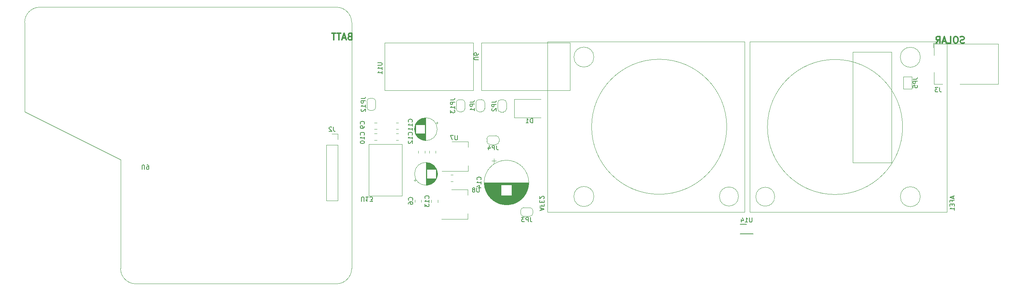
<source format=gbr>
%TF.GenerationSoftware,KiCad,Pcbnew,7.0.8-7.0.8~ubuntu20.04.1*%
%TF.CreationDate,2023-10-29T15:28:37+01:00*%
%TF.ProjectId,Hardware_2,48617264-7761-4726-955f-322e6b696361,rev?*%
%TF.SameCoordinates,Original*%
%TF.FileFunction,Legend,Bot*%
%TF.FilePolarity,Positive*%
%FSLAX46Y46*%
G04 Gerber Fmt 4.6, Leading zero omitted, Abs format (unit mm)*
G04 Created by KiCad (PCBNEW 7.0.8-7.0.8~ubuntu20.04.1) date 2023-10-29 15:28:37*
%MOMM*%
%LPD*%
G01*
G04 APERTURE LIST*
%ADD10C,0.300000*%
%ADD11C,0.150000*%
%ADD12C,0.120000*%
G04 APERTURE END LIST*
D10*
X73045489Y-19715114D02*
X72831203Y-19786542D01*
X72831203Y-19786542D02*
X72759774Y-19857971D01*
X72759774Y-19857971D02*
X72688346Y-20000828D01*
X72688346Y-20000828D02*
X72688346Y-20215114D01*
X72688346Y-20215114D02*
X72759774Y-20357971D01*
X72759774Y-20357971D02*
X72831203Y-20429400D01*
X72831203Y-20429400D02*
X72974060Y-20500828D01*
X72974060Y-20500828D02*
X73545489Y-20500828D01*
X73545489Y-20500828D02*
X73545489Y-19000828D01*
X73545489Y-19000828D02*
X73045489Y-19000828D01*
X73045489Y-19000828D02*
X72902632Y-19072257D01*
X72902632Y-19072257D02*
X72831203Y-19143685D01*
X72831203Y-19143685D02*
X72759774Y-19286542D01*
X72759774Y-19286542D02*
X72759774Y-19429400D01*
X72759774Y-19429400D02*
X72831203Y-19572257D01*
X72831203Y-19572257D02*
X72902632Y-19643685D01*
X72902632Y-19643685D02*
X73045489Y-19715114D01*
X73045489Y-19715114D02*
X73545489Y-19715114D01*
X72116917Y-20072257D02*
X71402632Y-20072257D01*
X72259774Y-20500828D02*
X71759774Y-19000828D01*
X71759774Y-19000828D02*
X71259774Y-20500828D01*
X70974060Y-19000828D02*
X70116918Y-19000828D01*
X70545489Y-20500828D02*
X70545489Y-19000828D01*
X69831203Y-19000828D02*
X68974061Y-19000828D01*
X69402632Y-20500828D02*
X69402632Y-19000828D01*
X213966917Y-21171900D02*
X213752632Y-21243328D01*
X213752632Y-21243328D02*
X213395489Y-21243328D01*
X213395489Y-21243328D02*
X213252632Y-21171900D01*
X213252632Y-21171900D02*
X213181203Y-21100471D01*
X213181203Y-21100471D02*
X213109774Y-20957614D01*
X213109774Y-20957614D02*
X213109774Y-20814757D01*
X213109774Y-20814757D02*
X213181203Y-20671900D01*
X213181203Y-20671900D02*
X213252632Y-20600471D01*
X213252632Y-20600471D02*
X213395489Y-20529042D01*
X213395489Y-20529042D02*
X213681203Y-20457614D01*
X213681203Y-20457614D02*
X213824060Y-20386185D01*
X213824060Y-20386185D02*
X213895489Y-20314757D01*
X213895489Y-20314757D02*
X213966917Y-20171900D01*
X213966917Y-20171900D02*
X213966917Y-20029042D01*
X213966917Y-20029042D02*
X213895489Y-19886185D01*
X213895489Y-19886185D02*
X213824060Y-19814757D01*
X213824060Y-19814757D02*
X213681203Y-19743328D01*
X213681203Y-19743328D02*
X213324060Y-19743328D01*
X213324060Y-19743328D02*
X213109774Y-19814757D01*
X212181203Y-19743328D02*
X211895489Y-19743328D01*
X211895489Y-19743328D02*
X211752632Y-19814757D01*
X211752632Y-19814757D02*
X211609775Y-19957614D01*
X211609775Y-19957614D02*
X211538346Y-20243328D01*
X211538346Y-20243328D02*
X211538346Y-20743328D01*
X211538346Y-20743328D02*
X211609775Y-21029042D01*
X211609775Y-21029042D02*
X211752632Y-21171900D01*
X211752632Y-21171900D02*
X211895489Y-21243328D01*
X211895489Y-21243328D02*
X212181203Y-21243328D01*
X212181203Y-21243328D02*
X212324061Y-21171900D01*
X212324061Y-21171900D02*
X212466918Y-21029042D01*
X212466918Y-21029042D02*
X212538346Y-20743328D01*
X212538346Y-20743328D02*
X212538346Y-20243328D01*
X212538346Y-20243328D02*
X212466918Y-19957614D01*
X212466918Y-19957614D02*
X212324061Y-19814757D01*
X212324061Y-19814757D02*
X212181203Y-19743328D01*
X210181203Y-21243328D02*
X210895489Y-21243328D01*
X210895489Y-21243328D02*
X210895489Y-19743328D01*
X209752631Y-20814757D02*
X209038346Y-20814757D01*
X209895488Y-21243328D02*
X209395488Y-19743328D01*
X209395488Y-19743328D02*
X208895488Y-21243328D01*
X207538346Y-21243328D02*
X208038346Y-20529042D01*
X208395489Y-21243328D02*
X208395489Y-19743328D01*
X208395489Y-19743328D02*
X207824060Y-19743328D01*
X207824060Y-19743328D02*
X207681203Y-19814757D01*
X207681203Y-19814757D02*
X207609774Y-19886185D01*
X207609774Y-19886185D02*
X207538346Y-20029042D01*
X207538346Y-20029042D02*
X207538346Y-20243328D01*
X207538346Y-20243328D02*
X207609774Y-20386185D01*
X207609774Y-20386185D02*
X207681203Y-20457614D01*
X207681203Y-20457614D02*
X207824060Y-20529042D01*
X207824060Y-20529042D02*
X208395489Y-20529042D01*
D11*
X165313094Y-61329819D02*
X165313094Y-62139342D01*
X165313094Y-62139342D02*
X165265475Y-62234580D01*
X165265475Y-62234580D02*
X165217856Y-62282200D01*
X165217856Y-62282200D02*
X165122618Y-62329819D01*
X165122618Y-62329819D02*
X164932142Y-62329819D01*
X164932142Y-62329819D02*
X164836904Y-62282200D01*
X164836904Y-62282200D02*
X164789285Y-62234580D01*
X164789285Y-62234580D02*
X164741666Y-62139342D01*
X164741666Y-62139342D02*
X164741666Y-61329819D01*
X163741666Y-62329819D02*
X164313094Y-62329819D01*
X164027380Y-62329819D02*
X164027380Y-61329819D01*
X164027380Y-61329819D02*
X164122618Y-61472676D01*
X164122618Y-61472676D02*
X164217856Y-61567914D01*
X164217856Y-61567914D02*
X164313094Y-61615533D01*
X162884523Y-61663152D02*
X162884523Y-62329819D01*
X163122618Y-61282200D02*
X163360713Y-61996485D01*
X163360713Y-61996485D02*
X162741666Y-61996485D01*
X116934895Y-59571237D02*
X116934895Y-59095047D01*
X116649180Y-59666475D02*
X117649180Y-59333142D01*
X117649180Y-59333142D02*
X116649180Y-58999809D01*
X117172990Y-58333142D02*
X117172990Y-58666475D01*
X116649180Y-58666475D02*
X117649180Y-58666475D01*
X117649180Y-58666475D02*
X117649180Y-58190285D01*
X117172990Y-57809332D02*
X117172990Y-57475999D01*
X116649180Y-57333142D02*
X116649180Y-57809332D01*
X116649180Y-57809332D02*
X117649180Y-57809332D01*
X117649180Y-57809332D02*
X117649180Y-57333142D01*
X117553942Y-56952189D02*
X117601561Y-56904570D01*
X117601561Y-56904570D02*
X117649180Y-56809332D01*
X117649180Y-56809332D02*
X117649180Y-56571237D01*
X117649180Y-56571237D02*
X117601561Y-56475999D01*
X117601561Y-56475999D02*
X117553942Y-56428380D01*
X117553942Y-56428380D02*
X117458704Y-56380761D01*
X117458704Y-56380761D02*
X117363466Y-56380761D01*
X117363466Y-56380761D02*
X117220609Y-56428380D01*
X117220609Y-56428380D02*
X116649180Y-56999808D01*
X116649180Y-56999808D02*
X116649180Y-56380761D01*
X211445104Y-56404762D02*
X211445104Y-56880952D01*
X211730819Y-56309524D02*
X210730819Y-56642857D01*
X210730819Y-56642857D02*
X211730819Y-56976190D01*
X211207009Y-57642857D02*
X211207009Y-57309524D01*
X211730819Y-57309524D02*
X210730819Y-57309524D01*
X210730819Y-57309524D02*
X210730819Y-57785714D01*
X211207009Y-58166667D02*
X211207009Y-58500000D01*
X211730819Y-58642857D02*
X211730819Y-58166667D01*
X211730819Y-58166667D02*
X210730819Y-58166667D01*
X210730819Y-58166667D02*
X210730819Y-58642857D01*
X211730819Y-59595238D02*
X211730819Y-59023810D01*
X211730819Y-59309524D02*
X210730819Y-59309524D01*
X210730819Y-59309524D02*
X210873676Y-59214286D01*
X210873676Y-59214286D02*
X210968914Y-59119048D01*
X210968914Y-59119048D02*
X211016533Y-59023810D01*
X102555180Y-25064904D02*
X101745657Y-25064904D01*
X101745657Y-25064904D02*
X101650419Y-25017285D01*
X101650419Y-25017285D02*
X101602800Y-24969666D01*
X101602800Y-24969666D02*
X101555180Y-24874428D01*
X101555180Y-24874428D02*
X101555180Y-24683952D01*
X101555180Y-24683952D02*
X101602800Y-24588714D01*
X101602800Y-24588714D02*
X101650419Y-24541095D01*
X101650419Y-24541095D02*
X101745657Y-24493476D01*
X101745657Y-24493476D02*
X102555180Y-24493476D01*
X102555180Y-23588714D02*
X102555180Y-23779190D01*
X102555180Y-23779190D02*
X102507561Y-23874428D01*
X102507561Y-23874428D02*
X102459942Y-23922047D01*
X102459942Y-23922047D02*
X102317085Y-24017285D01*
X102317085Y-24017285D02*
X102126609Y-24064904D01*
X102126609Y-24064904D02*
X101745657Y-24064904D01*
X101745657Y-24064904D02*
X101650419Y-24017285D01*
X101650419Y-24017285D02*
X101602800Y-23969666D01*
X101602800Y-23969666D02*
X101555180Y-23874428D01*
X101555180Y-23874428D02*
X101555180Y-23683952D01*
X101555180Y-23683952D02*
X101602800Y-23588714D01*
X101602800Y-23588714D02*
X101650419Y-23541095D01*
X101650419Y-23541095D02*
X101745657Y-23493476D01*
X101745657Y-23493476D02*
X101983752Y-23493476D01*
X101983752Y-23493476D02*
X102078990Y-23541095D01*
X102078990Y-23541095D02*
X102126609Y-23588714D01*
X102126609Y-23588714D02*
X102174228Y-23683952D01*
X102174228Y-23683952D02*
X102174228Y-23874428D01*
X102174228Y-23874428D02*
X102126609Y-23969666D01*
X102126609Y-23969666D02*
X102078990Y-24017285D01*
X102078990Y-24017285D02*
X101983752Y-24064904D01*
X79454819Y-25761905D02*
X80264342Y-25761905D01*
X80264342Y-25761905D02*
X80359580Y-25809524D01*
X80359580Y-25809524D02*
X80407200Y-25857143D01*
X80407200Y-25857143D02*
X80454819Y-25952381D01*
X80454819Y-25952381D02*
X80454819Y-26142857D01*
X80454819Y-26142857D02*
X80407200Y-26238095D01*
X80407200Y-26238095D02*
X80359580Y-26285714D01*
X80359580Y-26285714D02*
X80264342Y-26333333D01*
X80264342Y-26333333D02*
X79454819Y-26333333D01*
X80454819Y-27333333D02*
X80454819Y-26761905D01*
X80454819Y-27047619D02*
X79454819Y-27047619D01*
X79454819Y-27047619D02*
X79597676Y-26952381D01*
X79597676Y-26952381D02*
X79692914Y-26857143D01*
X79692914Y-26857143D02*
X79740533Y-26761905D01*
X80454819Y-28285714D02*
X80454819Y-27714286D01*
X80454819Y-28000000D02*
X79454819Y-28000000D01*
X79454819Y-28000000D02*
X79597676Y-27904762D01*
X79597676Y-27904762D02*
X79692914Y-27809524D01*
X79692914Y-27809524D02*
X79740533Y-27714286D01*
X91179580Y-56894642D02*
X91227200Y-56847023D01*
X91227200Y-56847023D02*
X91274819Y-56704166D01*
X91274819Y-56704166D02*
X91274819Y-56608928D01*
X91274819Y-56608928D02*
X91227200Y-56466071D01*
X91227200Y-56466071D02*
X91131961Y-56370833D01*
X91131961Y-56370833D02*
X91036723Y-56323214D01*
X91036723Y-56323214D02*
X90846247Y-56275595D01*
X90846247Y-56275595D02*
X90703390Y-56275595D01*
X90703390Y-56275595D02*
X90512914Y-56323214D01*
X90512914Y-56323214D02*
X90417676Y-56370833D01*
X90417676Y-56370833D02*
X90322438Y-56466071D01*
X90322438Y-56466071D02*
X90274819Y-56608928D01*
X90274819Y-56608928D02*
X90274819Y-56704166D01*
X90274819Y-56704166D02*
X90322438Y-56847023D01*
X90322438Y-56847023D02*
X90370057Y-56894642D01*
X91274819Y-57847023D02*
X91274819Y-57275595D01*
X91274819Y-57561309D02*
X90274819Y-57561309D01*
X90274819Y-57561309D02*
X90417676Y-57466071D01*
X90417676Y-57466071D02*
X90512914Y-57370833D01*
X90512914Y-57370833D02*
X90560533Y-57275595D01*
X90274819Y-58180357D02*
X90274819Y-58799404D01*
X90274819Y-58799404D02*
X90655771Y-58466071D01*
X90655771Y-58466071D02*
X90655771Y-58608928D01*
X90655771Y-58608928D02*
X90703390Y-58704166D01*
X90703390Y-58704166D02*
X90751009Y-58751785D01*
X90751009Y-58751785D02*
X90846247Y-58799404D01*
X90846247Y-58799404D02*
X91084342Y-58799404D01*
X91084342Y-58799404D02*
X91179580Y-58751785D01*
X91179580Y-58751785D02*
X91227200Y-58704166D01*
X91227200Y-58704166D02*
X91274819Y-58608928D01*
X91274819Y-58608928D02*
X91274819Y-58323214D01*
X91274819Y-58323214D02*
X91227200Y-58227976D01*
X91227200Y-58227976D02*
X91179580Y-58180357D01*
X25428095Y-50220180D02*
X25428095Y-49410657D01*
X25428095Y-49410657D02*
X25475714Y-49315419D01*
X25475714Y-49315419D02*
X25523333Y-49267800D01*
X25523333Y-49267800D02*
X25618571Y-49220180D01*
X25618571Y-49220180D02*
X25809047Y-49220180D01*
X25809047Y-49220180D02*
X25904285Y-49267800D01*
X25904285Y-49267800D02*
X25951904Y-49315419D01*
X25951904Y-49315419D02*
X25999523Y-49410657D01*
X25999523Y-49410657D02*
X25999523Y-50220180D01*
X26523333Y-49220180D02*
X26713809Y-49220180D01*
X26713809Y-49220180D02*
X26809047Y-49267800D01*
X26809047Y-49267800D02*
X26856666Y-49315419D01*
X26856666Y-49315419D02*
X26951904Y-49458276D01*
X26951904Y-49458276D02*
X26999523Y-49648752D01*
X26999523Y-49648752D02*
X26999523Y-50029704D01*
X26999523Y-50029704D02*
X26951904Y-50124942D01*
X26951904Y-50124942D02*
X26904285Y-50172561D01*
X26904285Y-50172561D02*
X26809047Y-50220180D01*
X26809047Y-50220180D02*
X26618571Y-50220180D01*
X26618571Y-50220180D02*
X26523333Y-50172561D01*
X26523333Y-50172561D02*
X26475714Y-50124942D01*
X26475714Y-50124942D02*
X26428095Y-50029704D01*
X26428095Y-50029704D02*
X26428095Y-49791609D01*
X26428095Y-49791609D02*
X26475714Y-49696371D01*
X26475714Y-49696371D02*
X26523333Y-49648752D01*
X26523333Y-49648752D02*
X26618571Y-49601133D01*
X26618571Y-49601133D02*
X26809047Y-49601133D01*
X26809047Y-49601133D02*
X26904285Y-49648752D01*
X26904285Y-49648752D02*
X26951904Y-49696371D01*
X26951904Y-49696371D02*
X26999523Y-49791609D01*
X75654819Y-33990476D02*
X76369104Y-33990476D01*
X76369104Y-33990476D02*
X76511961Y-33942857D01*
X76511961Y-33942857D02*
X76607200Y-33847619D01*
X76607200Y-33847619D02*
X76654819Y-33704762D01*
X76654819Y-33704762D02*
X76654819Y-33609524D01*
X76654819Y-34466667D02*
X75654819Y-34466667D01*
X75654819Y-34466667D02*
X75654819Y-34847619D01*
X75654819Y-34847619D02*
X75702438Y-34942857D01*
X75702438Y-34942857D02*
X75750057Y-34990476D01*
X75750057Y-34990476D02*
X75845295Y-35038095D01*
X75845295Y-35038095D02*
X75988152Y-35038095D01*
X75988152Y-35038095D02*
X76083390Y-34990476D01*
X76083390Y-34990476D02*
X76131009Y-34942857D01*
X76131009Y-34942857D02*
X76178628Y-34847619D01*
X76178628Y-34847619D02*
X76178628Y-34466667D01*
X76654819Y-35990476D02*
X76654819Y-35419048D01*
X76654819Y-35704762D02*
X75654819Y-35704762D01*
X75654819Y-35704762D02*
X75797676Y-35609524D01*
X75797676Y-35609524D02*
X75892914Y-35514286D01*
X75892914Y-35514286D02*
X75940533Y-35419048D01*
X75750057Y-36371429D02*
X75702438Y-36419048D01*
X75702438Y-36419048D02*
X75654819Y-36514286D01*
X75654819Y-36514286D02*
X75654819Y-36752381D01*
X75654819Y-36752381D02*
X75702438Y-36847619D01*
X75702438Y-36847619D02*
X75750057Y-36895238D01*
X75750057Y-36895238D02*
X75845295Y-36942857D01*
X75845295Y-36942857D02*
X75940533Y-36942857D01*
X75940533Y-36942857D02*
X76083390Y-36895238D01*
X76083390Y-36895238D02*
X76654819Y-36323810D01*
X76654819Y-36323810D02*
X76654819Y-36942857D01*
X100654819Y-34766666D02*
X101369104Y-34766666D01*
X101369104Y-34766666D02*
X101511961Y-34719047D01*
X101511961Y-34719047D02*
X101607200Y-34623809D01*
X101607200Y-34623809D02*
X101654819Y-34480952D01*
X101654819Y-34480952D02*
X101654819Y-34385714D01*
X101654819Y-35242857D02*
X100654819Y-35242857D01*
X100654819Y-35242857D02*
X100654819Y-35623809D01*
X100654819Y-35623809D02*
X100702438Y-35719047D01*
X100702438Y-35719047D02*
X100750057Y-35766666D01*
X100750057Y-35766666D02*
X100845295Y-35814285D01*
X100845295Y-35814285D02*
X100988152Y-35814285D01*
X100988152Y-35814285D02*
X101083390Y-35766666D01*
X101083390Y-35766666D02*
X101131009Y-35719047D01*
X101131009Y-35719047D02*
X101178628Y-35623809D01*
X101178628Y-35623809D02*
X101178628Y-35242857D01*
X101654819Y-36766666D02*
X101654819Y-36195238D01*
X101654819Y-36480952D02*
X100654819Y-36480952D01*
X100654819Y-36480952D02*
X100797676Y-36385714D01*
X100797676Y-36385714D02*
X100892914Y-36290476D01*
X100892914Y-36290476D02*
X100940533Y-36195238D01*
X208333333Y-31454819D02*
X208333333Y-32169104D01*
X208333333Y-32169104D02*
X208380952Y-32311961D01*
X208380952Y-32311961D02*
X208476190Y-32407200D01*
X208476190Y-32407200D02*
X208619047Y-32454819D01*
X208619047Y-32454819D02*
X208714285Y-32454819D01*
X207952380Y-31454819D02*
X207333333Y-31454819D01*
X207333333Y-31454819D02*
X207666666Y-31835771D01*
X207666666Y-31835771D02*
X207523809Y-31835771D01*
X207523809Y-31835771D02*
X207428571Y-31883390D01*
X207428571Y-31883390D02*
X207380952Y-31931009D01*
X207380952Y-31931009D02*
X207333333Y-32026247D01*
X207333333Y-32026247D02*
X207333333Y-32264342D01*
X207333333Y-32264342D02*
X207380952Y-32359580D01*
X207380952Y-32359580D02*
X207428571Y-32407200D01*
X207428571Y-32407200D02*
X207523809Y-32454819D01*
X207523809Y-32454819D02*
X207809523Y-32454819D01*
X207809523Y-32454819D02*
X207904761Y-32407200D01*
X207904761Y-32407200D02*
X207952380Y-32359580D01*
X87359580Y-39357142D02*
X87407200Y-39309523D01*
X87407200Y-39309523D02*
X87454819Y-39166666D01*
X87454819Y-39166666D02*
X87454819Y-39071428D01*
X87454819Y-39071428D02*
X87407200Y-38928571D01*
X87407200Y-38928571D02*
X87311961Y-38833333D01*
X87311961Y-38833333D02*
X87216723Y-38785714D01*
X87216723Y-38785714D02*
X87026247Y-38738095D01*
X87026247Y-38738095D02*
X86883390Y-38738095D01*
X86883390Y-38738095D02*
X86692914Y-38785714D01*
X86692914Y-38785714D02*
X86597676Y-38833333D01*
X86597676Y-38833333D02*
X86502438Y-38928571D01*
X86502438Y-38928571D02*
X86454819Y-39071428D01*
X86454819Y-39071428D02*
X86454819Y-39166666D01*
X86454819Y-39166666D02*
X86502438Y-39309523D01*
X86502438Y-39309523D02*
X86550057Y-39357142D01*
X87454819Y-40309523D02*
X87454819Y-39738095D01*
X87454819Y-40023809D02*
X86454819Y-40023809D01*
X86454819Y-40023809D02*
X86597676Y-39928571D01*
X86597676Y-39928571D02*
X86692914Y-39833333D01*
X86692914Y-39833333D02*
X86740533Y-39738095D01*
X87454819Y-41261904D02*
X87454819Y-40690476D01*
X87454819Y-40976190D02*
X86454819Y-40976190D01*
X86454819Y-40976190D02*
X86597676Y-40880952D01*
X86597676Y-40880952D02*
X86692914Y-40785714D01*
X86692914Y-40785714D02*
X86740533Y-40690476D01*
X114988094Y-39524819D02*
X114988094Y-38524819D01*
X114988094Y-38524819D02*
X114749999Y-38524819D01*
X114749999Y-38524819D02*
X114607142Y-38572438D01*
X114607142Y-38572438D02*
X114511904Y-38667676D01*
X114511904Y-38667676D02*
X114464285Y-38762914D01*
X114464285Y-38762914D02*
X114416666Y-38953390D01*
X114416666Y-38953390D02*
X114416666Y-39096247D01*
X114416666Y-39096247D02*
X114464285Y-39286723D01*
X114464285Y-39286723D02*
X114511904Y-39381961D01*
X114511904Y-39381961D02*
X114607142Y-39477200D01*
X114607142Y-39477200D02*
X114749999Y-39524819D01*
X114749999Y-39524819D02*
X114988094Y-39524819D01*
X113464285Y-39524819D02*
X114035713Y-39524819D01*
X113749999Y-39524819D02*
X113749999Y-38524819D01*
X113749999Y-38524819D02*
X113845237Y-38667676D01*
X113845237Y-38667676D02*
X113940475Y-38762914D01*
X113940475Y-38762914D02*
X114035713Y-38810533D01*
X75761905Y-57545180D02*
X75761905Y-56735657D01*
X75761905Y-56735657D02*
X75809524Y-56640419D01*
X75809524Y-56640419D02*
X75857143Y-56592800D01*
X75857143Y-56592800D02*
X75952381Y-56545180D01*
X75952381Y-56545180D02*
X76142857Y-56545180D01*
X76142857Y-56545180D02*
X76238095Y-56592800D01*
X76238095Y-56592800D02*
X76285714Y-56640419D01*
X76285714Y-56640419D02*
X76333333Y-56735657D01*
X76333333Y-56735657D02*
X76333333Y-57545180D01*
X77333333Y-56545180D02*
X76761905Y-56545180D01*
X77047619Y-56545180D02*
X77047619Y-57545180D01*
X77047619Y-57545180D02*
X76952381Y-57402323D01*
X76952381Y-57402323D02*
X76857143Y-57307085D01*
X76857143Y-57307085D02*
X76761905Y-57259466D01*
X77666667Y-57545180D02*
X78285714Y-57545180D01*
X78285714Y-57545180D02*
X77952381Y-57164228D01*
X77952381Y-57164228D02*
X78095238Y-57164228D01*
X78095238Y-57164228D02*
X78190476Y-57116609D01*
X78190476Y-57116609D02*
X78238095Y-57068990D01*
X78238095Y-57068990D02*
X78285714Y-56973752D01*
X78285714Y-56973752D02*
X78285714Y-56735657D01*
X78285714Y-56735657D02*
X78238095Y-56640419D01*
X78238095Y-56640419D02*
X78190476Y-56592800D01*
X78190476Y-56592800D02*
X78095238Y-56545180D01*
X78095238Y-56545180D02*
X77809524Y-56545180D01*
X77809524Y-56545180D02*
X77714286Y-56592800D01*
X77714286Y-56592800D02*
X77666667Y-56640419D01*
X87359580Y-42357142D02*
X87407200Y-42309523D01*
X87407200Y-42309523D02*
X87454819Y-42166666D01*
X87454819Y-42166666D02*
X87454819Y-42071428D01*
X87454819Y-42071428D02*
X87407200Y-41928571D01*
X87407200Y-41928571D02*
X87311961Y-41833333D01*
X87311961Y-41833333D02*
X87216723Y-41785714D01*
X87216723Y-41785714D02*
X87026247Y-41738095D01*
X87026247Y-41738095D02*
X86883390Y-41738095D01*
X86883390Y-41738095D02*
X86692914Y-41785714D01*
X86692914Y-41785714D02*
X86597676Y-41833333D01*
X86597676Y-41833333D02*
X86502438Y-41928571D01*
X86502438Y-41928571D02*
X86454819Y-42071428D01*
X86454819Y-42071428D02*
X86454819Y-42166666D01*
X86454819Y-42166666D02*
X86502438Y-42309523D01*
X86502438Y-42309523D02*
X86550057Y-42357142D01*
X87454819Y-43309523D02*
X87454819Y-42738095D01*
X87454819Y-43023809D02*
X86454819Y-43023809D01*
X86454819Y-43023809D02*
X86597676Y-42928571D01*
X86597676Y-42928571D02*
X86692914Y-42833333D01*
X86692914Y-42833333D02*
X86740533Y-42738095D01*
X86550057Y-43690476D02*
X86502438Y-43738095D01*
X86502438Y-43738095D02*
X86454819Y-43833333D01*
X86454819Y-43833333D02*
X86454819Y-44071428D01*
X86454819Y-44071428D02*
X86502438Y-44166666D01*
X86502438Y-44166666D02*
X86550057Y-44214285D01*
X86550057Y-44214285D02*
X86645295Y-44261904D01*
X86645295Y-44261904D02*
X86740533Y-44261904D01*
X86740533Y-44261904D02*
X86883390Y-44214285D01*
X86883390Y-44214285D02*
X87454819Y-43642857D01*
X87454819Y-43642857D02*
X87454819Y-44261904D01*
X87429580Y-57295833D02*
X87477200Y-57248214D01*
X87477200Y-57248214D02*
X87524819Y-57105357D01*
X87524819Y-57105357D02*
X87524819Y-57010119D01*
X87524819Y-57010119D02*
X87477200Y-56867262D01*
X87477200Y-56867262D02*
X87381961Y-56772024D01*
X87381961Y-56772024D02*
X87286723Y-56724405D01*
X87286723Y-56724405D02*
X87096247Y-56676786D01*
X87096247Y-56676786D02*
X86953390Y-56676786D01*
X86953390Y-56676786D02*
X86762914Y-56724405D01*
X86762914Y-56724405D02*
X86667676Y-56772024D01*
X86667676Y-56772024D02*
X86572438Y-56867262D01*
X86572438Y-56867262D02*
X86524819Y-57010119D01*
X86524819Y-57010119D02*
X86524819Y-57105357D01*
X86524819Y-57105357D02*
X86572438Y-57248214D01*
X86572438Y-57248214D02*
X86620057Y-57295833D01*
X86524819Y-58152976D02*
X86524819Y-57962500D01*
X86524819Y-57962500D02*
X86572438Y-57867262D01*
X86572438Y-57867262D02*
X86620057Y-57819643D01*
X86620057Y-57819643D02*
X86762914Y-57724405D01*
X86762914Y-57724405D02*
X86953390Y-57676786D01*
X86953390Y-57676786D02*
X87334342Y-57676786D01*
X87334342Y-57676786D02*
X87429580Y-57724405D01*
X87429580Y-57724405D02*
X87477200Y-57772024D01*
X87477200Y-57772024D02*
X87524819Y-57867262D01*
X87524819Y-57867262D02*
X87524819Y-58057738D01*
X87524819Y-58057738D02*
X87477200Y-58152976D01*
X87477200Y-58152976D02*
X87429580Y-58200595D01*
X87429580Y-58200595D02*
X87334342Y-58248214D01*
X87334342Y-58248214D02*
X87096247Y-58248214D01*
X87096247Y-58248214D02*
X87001009Y-58200595D01*
X87001009Y-58200595D02*
X86953390Y-58152976D01*
X86953390Y-58152976D02*
X86905771Y-58057738D01*
X86905771Y-58057738D02*
X86905771Y-57867262D01*
X86905771Y-57867262D02*
X86953390Y-57772024D01*
X86953390Y-57772024D02*
X87001009Y-57724405D01*
X87001009Y-57724405D02*
X87096247Y-57676786D01*
X103109580Y-52607142D02*
X103157200Y-52559523D01*
X103157200Y-52559523D02*
X103204819Y-52416666D01*
X103204819Y-52416666D02*
X103204819Y-52321428D01*
X103204819Y-52321428D02*
X103157200Y-52178571D01*
X103157200Y-52178571D02*
X103061961Y-52083333D01*
X103061961Y-52083333D02*
X102966723Y-52035714D01*
X102966723Y-52035714D02*
X102776247Y-51988095D01*
X102776247Y-51988095D02*
X102633390Y-51988095D01*
X102633390Y-51988095D02*
X102442914Y-52035714D01*
X102442914Y-52035714D02*
X102347676Y-52083333D01*
X102347676Y-52083333D02*
X102252438Y-52178571D01*
X102252438Y-52178571D02*
X102204819Y-52321428D01*
X102204819Y-52321428D02*
X102204819Y-52416666D01*
X102204819Y-52416666D02*
X102252438Y-52559523D01*
X102252438Y-52559523D02*
X102300057Y-52607142D01*
X103204819Y-53559523D02*
X103204819Y-52988095D01*
X103204819Y-53273809D02*
X102204819Y-53273809D01*
X102204819Y-53273809D02*
X102347676Y-53178571D01*
X102347676Y-53178571D02*
X102442914Y-53083333D01*
X102442914Y-53083333D02*
X102490533Y-52988095D01*
X102538152Y-54416666D02*
X103204819Y-54416666D01*
X102157200Y-54178571D02*
X102871485Y-53940476D01*
X102871485Y-53940476D02*
X102871485Y-54559523D01*
X97761904Y-42454819D02*
X97761904Y-43264342D01*
X97761904Y-43264342D02*
X97714285Y-43359580D01*
X97714285Y-43359580D02*
X97666666Y-43407200D01*
X97666666Y-43407200D02*
X97571428Y-43454819D01*
X97571428Y-43454819D02*
X97380952Y-43454819D01*
X97380952Y-43454819D02*
X97285714Y-43407200D01*
X97285714Y-43407200D02*
X97238095Y-43359580D01*
X97238095Y-43359580D02*
X97190476Y-43264342D01*
X97190476Y-43264342D02*
X97190476Y-42454819D01*
X96809523Y-42454819D02*
X96142857Y-42454819D01*
X96142857Y-42454819D02*
X96571428Y-43454819D01*
X69333333Y-40504819D02*
X69333333Y-41219104D01*
X69333333Y-41219104D02*
X69380952Y-41361961D01*
X69380952Y-41361961D02*
X69476190Y-41457200D01*
X69476190Y-41457200D02*
X69619047Y-41504819D01*
X69619047Y-41504819D02*
X69714285Y-41504819D01*
X68904761Y-40600057D02*
X68857142Y-40552438D01*
X68857142Y-40552438D02*
X68761904Y-40504819D01*
X68761904Y-40504819D02*
X68523809Y-40504819D01*
X68523809Y-40504819D02*
X68428571Y-40552438D01*
X68428571Y-40552438D02*
X68380952Y-40600057D01*
X68380952Y-40600057D02*
X68333333Y-40695295D01*
X68333333Y-40695295D02*
X68333333Y-40790533D01*
X68333333Y-40790533D02*
X68380952Y-40933390D01*
X68380952Y-40933390D02*
X68952380Y-41504819D01*
X68952380Y-41504819D02*
X68333333Y-41504819D01*
X102761904Y-54454819D02*
X102761904Y-55264342D01*
X102761904Y-55264342D02*
X102714285Y-55359580D01*
X102714285Y-55359580D02*
X102666666Y-55407200D01*
X102666666Y-55407200D02*
X102571428Y-55454819D01*
X102571428Y-55454819D02*
X102380952Y-55454819D01*
X102380952Y-55454819D02*
X102285714Y-55407200D01*
X102285714Y-55407200D02*
X102238095Y-55359580D01*
X102238095Y-55359580D02*
X102190476Y-55264342D01*
X102190476Y-55264342D02*
X102190476Y-54454819D01*
X101571428Y-54883390D02*
X101666666Y-54835771D01*
X101666666Y-54835771D02*
X101714285Y-54788152D01*
X101714285Y-54788152D02*
X101761904Y-54692914D01*
X101761904Y-54692914D02*
X101761904Y-54645295D01*
X101761904Y-54645295D02*
X101714285Y-54550057D01*
X101714285Y-54550057D02*
X101666666Y-54502438D01*
X101666666Y-54502438D02*
X101571428Y-54454819D01*
X101571428Y-54454819D02*
X101380952Y-54454819D01*
X101380952Y-54454819D02*
X101285714Y-54502438D01*
X101285714Y-54502438D02*
X101238095Y-54550057D01*
X101238095Y-54550057D02*
X101190476Y-54645295D01*
X101190476Y-54645295D02*
X101190476Y-54692914D01*
X101190476Y-54692914D02*
X101238095Y-54788152D01*
X101238095Y-54788152D02*
X101285714Y-54835771D01*
X101285714Y-54835771D02*
X101380952Y-54883390D01*
X101380952Y-54883390D02*
X101571428Y-54883390D01*
X101571428Y-54883390D02*
X101666666Y-54931009D01*
X101666666Y-54931009D02*
X101714285Y-54978628D01*
X101714285Y-54978628D02*
X101761904Y-55073866D01*
X101761904Y-55073866D02*
X101761904Y-55264342D01*
X101761904Y-55264342D02*
X101714285Y-55359580D01*
X101714285Y-55359580D02*
X101666666Y-55407200D01*
X101666666Y-55407200D02*
X101571428Y-55454819D01*
X101571428Y-55454819D02*
X101380952Y-55454819D01*
X101380952Y-55454819D02*
X101285714Y-55407200D01*
X101285714Y-55407200D02*
X101238095Y-55359580D01*
X101238095Y-55359580D02*
X101190476Y-55264342D01*
X101190476Y-55264342D02*
X101190476Y-55073866D01*
X101190476Y-55073866D02*
X101238095Y-54978628D01*
X101238095Y-54978628D02*
X101285714Y-54931009D01*
X101285714Y-54931009D02*
X101380952Y-54883390D01*
X105654819Y-34816666D02*
X106369104Y-34816666D01*
X106369104Y-34816666D02*
X106511961Y-34769047D01*
X106511961Y-34769047D02*
X106607200Y-34673809D01*
X106607200Y-34673809D02*
X106654819Y-34530952D01*
X106654819Y-34530952D02*
X106654819Y-34435714D01*
X106654819Y-35292857D02*
X105654819Y-35292857D01*
X105654819Y-35292857D02*
X105654819Y-35673809D01*
X105654819Y-35673809D02*
X105702438Y-35769047D01*
X105702438Y-35769047D02*
X105750057Y-35816666D01*
X105750057Y-35816666D02*
X105845295Y-35864285D01*
X105845295Y-35864285D02*
X105988152Y-35864285D01*
X105988152Y-35864285D02*
X106083390Y-35816666D01*
X106083390Y-35816666D02*
X106131009Y-35769047D01*
X106131009Y-35769047D02*
X106178628Y-35673809D01*
X106178628Y-35673809D02*
X106178628Y-35292857D01*
X105750057Y-36245238D02*
X105702438Y-36292857D01*
X105702438Y-36292857D02*
X105654819Y-36388095D01*
X105654819Y-36388095D02*
X105654819Y-36626190D01*
X105654819Y-36626190D02*
X105702438Y-36721428D01*
X105702438Y-36721428D02*
X105750057Y-36769047D01*
X105750057Y-36769047D02*
X105845295Y-36816666D01*
X105845295Y-36816666D02*
X105940533Y-36816666D01*
X105940533Y-36816666D02*
X106083390Y-36769047D01*
X106083390Y-36769047D02*
X106654819Y-36197619D01*
X106654819Y-36197619D02*
X106654819Y-36816666D01*
X76359580Y-39833333D02*
X76407200Y-39785714D01*
X76407200Y-39785714D02*
X76454819Y-39642857D01*
X76454819Y-39642857D02*
X76454819Y-39547619D01*
X76454819Y-39547619D02*
X76407200Y-39404762D01*
X76407200Y-39404762D02*
X76311961Y-39309524D01*
X76311961Y-39309524D02*
X76216723Y-39261905D01*
X76216723Y-39261905D02*
X76026247Y-39214286D01*
X76026247Y-39214286D02*
X75883390Y-39214286D01*
X75883390Y-39214286D02*
X75692914Y-39261905D01*
X75692914Y-39261905D02*
X75597676Y-39309524D01*
X75597676Y-39309524D02*
X75502438Y-39404762D01*
X75502438Y-39404762D02*
X75454819Y-39547619D01*
X75454819Y-39547619D02*
X75454819Y-39642857D01*
X75454819Y-39642857D02*
X75502438Y-39785714D01*
X75502438Y-39785714D02*
X75550057Y-39833333D01*
X76454819Y-40309524D02*
X76454819Y-40500000D01*
X76454819Y-40500000D02*
X76407200Y-40595238D01*
X76407200Y-40595238D02*
X76359580Y-40642857D01*
X76359580Y-40642857D02*
X76216723Y-40738095D01*
X76216723Y-40738095D02*
X76026247Y-40785714D01*
X76026247Y-40785714D02*
X75645295Y-40785714D01*
X75645295Y-40785714D02*
X75550057Y-40738095D01*
X75550057Y-40738095D02*
X75502438Y-40690476D01*
X75502438Y-40690476D02*
X75454819Y-40595238D01*
X75454819Y-40595238D02*
X75454819Y-40404762D01*
X75454819Y-40404762D02*
X75502438Y-40309524D01*
X75502438Y-40309524D02*
X75550057Y-40261905D01*
X75550057Y-40261905D02*
X75645295Y-40214286D01*
X75645295Y-40214286D02*
X75883390Y-40214286D01*
X75883390Y-40214286D02*
X75978628Y-40261905D01*
X75978628Y-40261905D02*
X76026247Y-40309524D01*
X76026247Y-40309524D02*
X76073866Y-40404762D01*
X76073866Y-40404762D02*
X76073866Y-40595238D01*
X76073866Y-40595238D02*
X76026247Y-40690476D01*
X76026247Y-40690476D02*
X75978628Y-40738095D01*
X75978628Y-40738095D02*
X75883390Y-40785714D01*
X202254819Y-29516666D02*
X202969104Y-29516666D01*
X202969104Y-29516666D02*
X203111961Y-29469047D01*
X203111961Y-29469047D02*
X203207200Y-29373809D01*
X203207200Y-29373809D02*
X203254819Y-29230952D01*
X203254819Y-29230952D02*
X203254819Y-29135714D01*
X203254819Y-29992857D02*
X202254819Y-29992857D01*
X202254819Y-29992857D02*
X202254819Y-30373809D01*
X202254819Y-30373809D02*
X202302438Y-30469047D01*
X202302438Y-30469047D02*
X202350057Y-30516666D01*
X202350057Y-30516666D02*
X202445295Y-30564285D01*
X202445295Y-30564285D02*
X202588152Y-30564285D01*
X202588152Y-30564285D02*
X202683390Y-30516666D01*
X202683390Y-30516666D02*
X202731009Y-30469047D01*
X202731009Y-30469047D02*
X202778628Y-30373809D01*
X202778628Y-30373809D02*
X202778628Y-29992857D01*
X202254819Y-31469047D02*
X202254819Y-30992857D01*
X202254819Y-30992857D02*
X202731009Y-30945238D01*
X202731009Y-30945238D02*
X202683390Y-30992857D01*
X202683390Y-30992857D02*
X202635771Y-31088095D01*
X202635771Y-31088095D02*
X202635771Y-31326190D01*
X202635771Y-31326190D02*
X202683390Y-31421428D01*
X202683390Y-31421428D02*
X202731009Y-31469047D01*
X202731009Y-31469047D02*
X202826247Y-31516666D01*
X202826247Y-31516666D02*
X203064342Y-31516666D01*
X203064342Y-31516666D02*
X203159580Y-31469047D01*
X203159580Y-31469047D02*
X203207200Y-31421428D01*
X203207200Y-31421428D02*
X203254819Y-31326190D01*
X203254819Y-31326190D02*
X203254819Y-31088095D01*
X203254819Y-31088095D02*
X203207200Y-30992857D01*
X203207200Y-30992857D02*
X203159580Y-30945238D01*
X106733333Y-44754819D02*
X106733333Y-45469104D01*
X106733333Y-45469104D02*
X106780952Y-45611961D01*
X106780952Y-45611961D02*
X106876190Y-45707200D01*
X106876190Y-45707200D02*
X107019047Y-45754819D01*
X107019047Y-45754819D02*
X107114285Y-45754819D01*
X106257142Y-45754819D02*
X106257142Y-44754819D01*
X106257142Y-44754819D02*
X105876190Y-44754819D01*
X105876190Y-44754819D02*
X105780952Y-44802438D01*
X105780952Y-44802438D02*
X105733333Y-44850057D01*
X105733333Y-44850057D02*
X105685714Y-44945295D01*
X105685714Y-44945295D02*
X105685714Y-45088152D01*
X105685714Y-45088152D02*
X105733333Y-45183390D01*
X105733333Y-45183390D02*
X105780952Y-45231009D01*
X105780952Y-45231009D02*
X105876190Y-45278628D01*
X105876190Y-45278628D02*
X106257142Y-45278628D01*
X104828571Y-45088152D02*
X104828571Y-45754819D01*
X105066666Y-44707200D02*
X105304761Y-45421485D01*
X105304761Y-45421485D02*
X104685714Y-45421485D01*
X76359580Y-42357142D02*
X76407200Y-42309523D01*
X76407200Y-42309523D02*
X76454819Y-42166666D01*
X76454819Y-42166666D02*
X76454819Y-42071428D01*
X76454819Y-42071428D02*
X76407200Y-41928571D01*
X76407200Y-41928571D02*
X76311961Y-41833333D01*
X76311961Y-41833333D02*
X76216723Y-41785714D01*
X76216723Y-41785714D02*
X76026247Y-41738095D01*
X76026247Y-41738095D02*
X75883390Y-41738095D01*
X75883390Y-41738095D02*
X75692914Y-41785714D01*
X75692914Y-41785714D02*
X75597676Y-41833333D01*
X75597676Y-41833333D02*
X75502438Y-41928571D01*
X75502438Y-41928571D02*
X75454819Y-42071428D01*
X75454819Y-42071428D02*
X75454819Y-42166666D01*
X75454819Y-42166666D02*
X75502438Y-42309523D01*
X75502438Y-42309523D02*
X75550057Y-42357142D01*
X76454819Y-43309523D02*
X76454819Y-42738095D01*
X76454819Y-43023809D02*
X75454819Y-43023809D01*
X75454819Y-43023809D02*
X75597676Y-42928571D01*
X75597676Y-42928571D02*
X75692914Y-42833333D01*
X75692914Y-42833333D02*
X75740533Y-42738095D01*
X75454819Y-43928571D02*
X75454819Y-44023809D01*
X75454819Y-44023809D02*
X75502438Y-44119047D01*
X75502438Y-44119047D02*
X75550057Y-44166666D01*
X75550057Y-44166666D02*
X75645295Y-44214285D01*
X75645295Y-44214285D02*
X75835771Y-44261904D01*
X75835771Y-44261904D02*
X76073866Y-44261904D01*
X76073866Y-44261904D02*
X76264342Y-44214285D01*
X76264342Y-44214285D02*
X76359580Y-44166666D01*
X76359580Y-44166666D02*
X76407200Y-44119047D01*
X76407200Y-44119047D02*
X76454819Y-44023809D01*
X76454819Y-44023809D02*
X76454819Y-43928571D01*
X76454819Y-43928571D02*
X76407200Y-43833333D01*
X76407200Y-43833333D02*
X76359580Y-43785714D01*
X76359580Y-43785714D02*
X76264342Y-43738095D01*
X76264342Y-43738095D02*
X76073866Y-43690476D01*
X76073866Y-43690476D02*
X75835771Y-43690476D01*
X75835771Y-43690476D02*
X75645295Y-43738095D01*
X75645295Y-43738095D02*
X75550057Y-43785714D01*
X75550057Y-43785714D02*
X75502438Y-43833333D01*
X75502438Y-43833333D02*
X75454819Y-43928571D01*
X96129819Y-34290476D02*
X96844104Y-34290476D01*
X96844104Y-34290476D02*
X96986961Y-34242857D01*
X96986961Y-34242857D02*
X97082200Y-34147619D01*
X97082200Y-34147619D02*
X97129819Y-34004762D01*
X97129819Y-34004762D02*
X97129819Y-33909524D01*
X97129819Y-34766667D02*
X96129819Y-34766667D01*
X96129819Y-34766667D02*
X96129819Y-35147619D01*
X96129819Y-35147619D02*
X96177438Y-35242857D01*
X96177438Y-35242857D02*
X96225057Y-35290476D01*
X96225057Y-35290476D02*
X96320295Y-35338095D01*
X96320295Y-35338095D02*
X96463152Y-35338095D01*
X96463152Y-35338095D02*
X96558390Y-35290476D01*
X96558390Y-35290476D02*
X96606009Y-35242857D01*
X96606009Y-35242857D02*
X96653628Y-35147619D01*
X96653628Y-35147619D02*
X96653628Y-34766667D01*
X97129819Y-36290476D02*
X97129819Y-35719048D01*
X97129819Y-36004762D02*
X96129819Y-36004762D01*
X96129819Y-36004762D02*
X96272676Y-35909524D01*
X96272676Y-35909524D02*
X96367914Y-35814286D01*
X96367914Y-35814286D02*
X96415533Y-35719048D01*
X96129819Y-36623810D02*
X96129819Y-37242857D01*
X96129819Y-37242857D02*
X96510771Y-36909524D01*
X96510771Y-36909524D02*
X96510771Y-37052381D01*
X96510771Y-37052381D02*
X96558390Y-37147619D01*
X96558390Y-37147619D02*
X96606009Y-37195238D01*
X96606009Y-37195238D02*
X96701247Y-37242857D01*
X96701247Y-37242857D02*
X96939342Y-37242857D01*
X96939342Y-37242857D02*
X97034580Y-37195238D01*
X97034580Y-37195238D02*
X97082200Y-37147619D01*
X97082200Y-37147619D02*
X97129819Y-37052381D01*
X97129819Y-37052381D02*
X97129819Y-36766667D01*
X97129819Y-36766667D02*
X97082200Y-36671429D01*
X97082200Y-36671429D02*
X97034580Y-36623810D01*
X114483333Y-61254819D02*
X114483333Y-61969104D01*
X114483333Y-61969104D02*
X114530952Y-62111961D01*
X114530952Y-62111961D02*
X114626190Y-62207200D01*
X114626190Y-62207200D02*
X114769047Y-62254819D01*
X114769047Y-62254819D02*
X114864285Y-62254819D01*
X114007142Y-62254819D02*
X114007142Y-61254819D01*
X114007142Y-61254819D02*
X113626190Y-61254819D01*
X113626190Y-61254819D02*
X113530952Y-61302438D01*
X113530952Y-61302438D02*
X113483333Y-61350057D01*
X113483333Y-61350057D02*
X113435714Y-61445295D01*
X113435714Y-61445295D02*
X113435714Y-61588152D01*
X113435714Y-61588152D02*
X113483333Y-61683390D01*
X113483333Y-61683390D02*
X113530952Y-61731009D01*
X113530952Y-61731009D02*
X113626190Y-61778628D01*
X113626190Y-61778628D02*
X114007142Y-61778628D01*
X113102380Y-61254819D02*
X112483333Y-61254819D01*
X112483333Y-61254819D02*
X112816666Y-61635771D01*
X112816666Y-61635771D02*
X112673809Y-61635771D01*
X112673809Y-61635771D02*
X112578571Y-61683390D01*
X112578571Y-61683390D02*
X112530952Y-61731009D01*
X112530952Y-61731009D02*
X112483333Y-61826247D01*
X112483333Y-61826247D02*
X112483333Y-62064342D01*
X112483333Y-62064342D02*
X112530952Y-62159580D01*
X112530952Y-62159580D02*
X112578571Y-62207200D01*
X112578571Y-62207200D02*
X112673809Y-62254819D01*
X112673809Y-62254819D02*
X112959523Y-62254819D01*
X112959523Y-62254819D02*
X113054761Y-62207200D01*
X113054761Y-62207200D02*
X113102380Y-62159580D01*
%TO.C,U14*%
X165575000Y-65050000D02*
X162575000Y-65050000D01*
X164075000Y-62800000D02*
X162575000Y-62800000D01*
D12*
%TO.C,AFE2*%
X163586000Y-60008000D02*
X163586000Y-20892000D01*
X163332000Y-60008000D02*
X163586000Y-60008000D01*
X118374000Y-60008000D02*
X163332000Y-60008000D01*
X118374000Y-41974000D02*
X118374000Y-60008000D01*
X163586000Y-20892000D02*
X118374000Y-20892000D01*
X118374000Y-20892000D02*
X118374000Y-41974000D01*
X162214991Y-56452000D02*
G75*
G03*
X162214991Y-56452000I-2184991J0D01*
G01*
X129056068Y-56452000D02*
G75*
G03*
X129056068Y-56452000I-2300068J0D01*
G01*
X159524082Y-40450000D02*
G75*
G03*
X159524082Y-40450000I-15496082J0D01*
G01*
X129042000Y-24448000D02*
G75*
G03*
X129042000Y-24448000I-2286000J0D01*
G01*
%TO.C,AFE1*%
X164794000Y-20942000D02*
X164794000Y-60058000D01*
X165048000Y-20942000D02*
X164794000Y-20942000D01*
X210006000Y-20942000D02*
X165048000Y-20942000D01*
X210006000Y-38976000D02*
X210006000Y-20942000D01*
X164794000Y-60058000D02*
X210006000Y-60058000D01*
X210006000Y-60058000D02*
X210006000Y-38976000D01*
X203924068Y-24498000D02*
G75*
G03*
X203924068Y-24498000I-2300068J0D01*
G01*
X199848082Y-40500000D02*
G75*
G03*
X199848082Y-40500000I-15496082J0D01*
G01*
X170520177Y-56502000D02*
G75*
G03*
X170520177Y-56502000I-2170177J0D01*
G01*
X203910000Y-56502000D02*
G75*
G03*
X203910000Y-56502000I-2286000J0D01*
G01*
%TO.C,U3*%
X197310000Y-23300000D02*
X188420000Y-23300000D01*
X188420000Y-23300000D02*
X188420000Y-48700000D01*
X188420000Y-48700000D02*
X197310000Y-48700000D01*
X197310000Y-48700000D02*
X197310000Y-23300000D01*
%TO.C,U6*%
X103240000Y-32061000D02*
X123560000Y-32061000D01*
X123560000Y-32061000D02*
X123560000Y-21139000D01*
X123560000Y-21139000D02*
X103240000Y-21139000D01*
X103240000Y-21139000D02*
X103240000Y-32061000D01*
%TO.C,U11*%
X81086000Y-32092000D02*
X101406000Y-32092000D01*
X101406000Y-32092000D02*
X101406000Y-21170000D01*
X101406000Y-21170000D02*
X81086000Y-21170000D01*
X81086000Y-21170000D02*
X81086000Y-32092000D01*
%TO.C,C13*%
X91765000Y-57276248D02*
X91765000Y-57798752D01*
X93235000Y-57276248D02*
X93235000Y-57798752D01*
%TO.C,U9*%
X-1500000Y-37000000D02*
X20500000Y-48000000D01*
X-1500000Y-16500000D02*
X-1500000Y-37000000D01*
X20500000Y-48000000D02*
X20500000Y-73000000D01*
X70000000Y-76500000D02*
X24000000Y-76500000D01*
X70000000Y-13000000D02*
X2000000Y-13000000D01*
X73500000Y-73000000D02*
X73500000Y-16500000D01*
X2000000Y-13000000D02*
G75*
G03*
X-1500000Y-16500000I-1J-3499999D01*
G01*
X20500000Y-73000000D02*
G75*
G03*
X24000000Y-76500000I3499999J-1D01*
G01*
X70000000Y-76500000D02*
G75*
G03*
X73500000Y-73000000I0J3500000D01*
G01*
X73500000Y-16500000D02*
G75*
G03*
X70000000Y-13000000I-3500000J0D01*
G01*
%TO.C,C5*%
X92785000Y-45938748D02*
X92785000Y-46461252D01*
X91315000Y-45938748D02*
X91315000Y-46461252D01*
%TO.C,JP12*%
X79000000Y-36000000D02*
X79000000Y-34600000D01*
X77000000Y-34600000D02*
X77000000Y-36000000D01*
X78300000Y-33900000D02*
X77700000Y-33900000D01*
X77700000Y-36700000D02*
X78300000Y-36700000D01*
X77700000Y-33900000D02*
G75*
G03*
X77000000Y-34600000I-1J-699999D01*
G01*
X79000000Y-34600000D02*
G75*
G03*
X78300000Y-33900000I-699999J1D01*
G01*
X78300000Y-36700000D02*
G75*
G03*
X79000000Y-36000000I0J700000D01*
G01*
X77000000Y-36000000D02*
G75*
G03*
X77700000Y-36700000I700000J0D01*
G01*
%TO.C,JP1*%
X104000000Y-36300000D02*
X104000000Y-34900000D01*
X102000000Y-34900000D02*
X102000000Y-36300000D01*
X103300000Y-34200000D02*
X102700000Y-34200000D01*
X102700000Y-37000000D02*
X103300000Y-37000000D01*
X102700000Y-34200000D02*
G75*
G03*
X102000000Y-34900000I-1J-699999D01*
G01*
X104000000Y-34900000D02*
G75*
G03*
X103300000Y-34200000I-699999J1D01*
G01*
X103300000Y-37000000D02*
G75*
G03*
X104000000Y-36300000I0J700000D01*
G01*
X102000000Y-36300000D02*
G75*
G03*
X102700000Y-37000000I700000J0D01*
G01*
%TO.C,J3*%
X221800000Y-21442500D02*
X207100000Y-21442500D01*
X221800000Y-30642500D02*
X221800000Y-21442500D01*
X207100000Y-30642500D02*
X209000000Y-30642500D01*
X207100000Y-27942500D02*
X207100000Y-30642500D01*
X207100000Y-21442500D02*
X207100000Y-24042500D01*
X213000000Y-30642500D02*
X221800000Y-30642500D01*
X206900000Y-22292500D02*
X206900000Y-21242500D01*
X207950000Y-21242500D02*
X206900000Y-21242500D01*
%TO.C,C4*%
X96761252Y-52985000D02*
X96238748Y-52985000D01*
X96761252Y-51515000D02*
X96238748Y-51515000D01*
%TO.C,C3*%
X89424112Y-42040000D02*
X89424112Y-43348000D01*
X88544112Y-39301000D02*
X88544112Y-39960000D01*
X88264112Y-39681000D02*
X88264112Y-39960000D01*
X88304112Y-39617000D02*
X88304112Y-39960000D01*
X90025112Y-42040000D02*
X90025112Y-43536000D01*
X89224112Y-38753000D02*
X89224112Y-39960000D01*
X90505112Y-38420000D02*
X90505112Y-43580000D01*
X89344112Y-42040000D02*
X89344112Y-43310000D01*
X88664112Y-42040000D02*
X88664112Y-42826000D01*
X89064112Y-42040000D02*
X89064112Y-43149000D01*
X89784112Y-42040000D02*
X89784112Y-43480000D01*
X89024112Y-42040000D02*
X89024112Y-43122000D01*
X88344112Y-39557000D02*
X88344112Y-39960000D01*
X90425112Y-38421000D02*
X90425112Y-43579000D01*
X88904112Y-38965000D02*
X88904112Y-39960000D01*
X87944112Y-40482000D02*
X87944112Y-41518000D01*
X89704112Y-38545000D02*
X89704112Y-39960000D01*
X89184112Y-38776000D02*
X89184112Y-39960000D01*
X89384112Y-42040000D02*
X89384112Y-43329000D01*
X88584112Y-42040000D02*
X88584112Y-42743000D01*
X88864112Y-42040000D02*
X88864112Y-43004000D01*
X88264112Y-42040000D02*
X88264112Y-42319000D01*
X88224112Y-42040000D02*
X88224112Y-42251000D01*
X88704112Y-42040000D02*
X88704112Y-42864000D01*
X89945112Y-42040000D02*
X89945112Y-43520000D01*
X90025112Y-38464000D02*
X90025112Y-39960000D01*
X89784112Y-38520000D02*
X89784112Y-39960000D01*
X89584112Y-38586000D02*
X89584112Y-39960000D01*
X89825112Y-42040000D02*
X89825112Y-43491000D01*
X87984112Y-40323000D02*
X87984112Y-41677000D01*
X89104112Y-38825000D02*
X89104112Y-39960000D01*
X89744112Y-42040000D02*
X89744112Y-43468000D01*
X88624112Y-39215000D02*
X88624112Y-39960000D01*
X88344112Y-42040000D02*
X88344112Y-42443000D01*
X88784112Y-39063000D02*
X88784112Y-39960000D01*
X89064112Y-38851000D02*
X89064112Y-39960000D01*
X89384112Y-38671000D02*
X89384112Y-39960000D01*
X90145112Y-42040000D02*
X90145112Y-43556000D01*
X88304112Y-42040000D02*
X88304112Y-42383000D01*
X89905112Y-38489000D02*
X89905112Y-39960000D01*
X88144112Y-39902000D02*
X88144112Y-42098000D01*
X88584112Y-39257000D02*
X88584112Y-39960000D01*
X90265112Y-42040000D02*
X90265112Y-43569000D01*
X89985112Y-42040000D02*
X89985112Y-43528000D01*
X90065112Y-38457000D02*
X90065112Y-39960000D01*
X90345112Y-38424000D02*
X90345112Y-43576000D01*
X88984112Y-38905000D02*
X88984112Y-39960000D01*
X89264112Y-42040000D02*
X89264112Y-43268000D01*
X89504112Y-38618000D02*
X89504112Y-39960000D01*
X89865112Y-42040000D02*
X89865112Y-43501000D01*
X89985112Y-38472000D02*
X89985112Y-39960000D01*
X90465112Y-38420000D02*
X90465112Y-43580000D01*
X89464112Y-38635000D02*
X89464112Y-39960000D01*
X88504112Y-42040000D02*
X88504112Y-42653000D01*
X89865112Y-38499000D02*
X89865112Y-39960000D01*
X90185112Y-38439000D02*
X90185112Y-39960000D01*
X89144112Y-38800000D02*
X89144112Y-39960000D01*
X88904112Y-42040000D02*
X88904112Y-43035000D01*
X88664112Y-39174000D02*
X88664112Y-39960000D01*
X90105112Y-42040000D02*
X90105112Y-43550000D01*
X89664112Y-38558000D02*
X89664112Y-39960000D01*
X89945112Y-38480000D02*
X89945112Y-39960000D01*
X90105112Y-38450000D02*
X90105112Y-39960000D01*
X89104112Y-42040000D02*
X89104112Y-43175000D01*
X89544112Y-42040000D02*
X89544112Y-43398000D01*
X90385112Y-38422000D02*
X90385112Y-43578000D01*
X90305112Y-38427000D02*
X90305112Y-43573000D01*
X90265112Y-38431000D02*
X90265112Y-39960000D01*
X89905112Y-42040000D02*
X89905112Y-43511000D01*
X88624112Y-42040000D02*
X88624112Y-42785000D01*
X89304112Y-38710000D02*
X89304112Y-39960000D01*
X88944112Y-38935000D02*
X88944112Y-39960000D01*
X89464112Y-42040000D02*
X89464112Y-43365000D01*
X88504112Y-39347000D02*
X88504112Y-39960000D01*
X90145112Y-38444000D02*
X90145112Y-39960000D01*
X88784112Y-42040000D02*
X88784112Y-42937000D01*
X89664112Y-42040000D02*
X89664112Y-43442000D01*
X88944112Y-42040000D02*
X88944112Y-43065000D01*
X89224112Y-42040000D02*
X89224112Y-43247000D01*
X88744112Y-42040000D02*
X88744112Y-42901000D01*
X89704112Y-42040000D02*
X89704112Y-43455000D01*
X89184112Y-42040000D02*
X89184112Y-43224000D01*
X89544112Y-38602000D02*
X89544112Y-39960000D01*
X93309887Y-39525000D02*
X92809887Y-39525000D01*
X88464112Y-42040000D02*
X88464112Y-42605000D01*
X88024112Y-40195000D02*
X88024112Y-41805000D01*
X88224112Y-39749000D02*
X88224112Y-39960000D01*
X89624112Y-42040000D02*
X89624112Y-43428000D01*
X90225112Y-42040000D02*
X90225112Y-43565000D01*
X87904112Y-40716000D02*
X87904112Y-41284000D01*
X89624112Y-38572000D02*
X89624112Y-39960000D01*
X88104112Y-39989000D02*
X88104112Y-42011000D01*
X89504112Y-42040000D02*
X89504112Y-43382000D01*
X88864112Y-38996000D02*
X88864112Y-39960000D01*
X88384112Y-39500000D02*
X88384112Y-39960000D01*
X88184112Y-39822000D02*
X88184112Y-42178000D01*
X89024112Y-38878000D02*
X89024112Y-39960000D01*
X89144112Y-42040000D02*
X89144112Y-43200000D01*
X89584112Y-42040000D02*
X89584112Y-43414000D01*
X93059887Y-39275000D02*
X93059887Y-39775000D01*
X89424112Y-38652000D02*
X89424112Y-39960000D01*
X88824112Y-39029000D02*
X88824112Y-39960000D01*
X89825112Y-38509000D02*
X89825112Y-39960000D01*
X88984112Y-42040000D02*
X88984112Y-43095000D01*
X90185112Y-42040000D02*
X90185112Y-43561000D01*
X89304112Y-42040000D02*
X89304112Y-43290000D01*
X89264112Y-38732000D02*
X89264112Y-39960000D01*
X88424112Y-39446000D02*
X88424112Y-39960000D01*
X89344112Y-38690000D02*
X89344112Y-39960000D01*
X88424112Y-42040000D02*
X88424112Y-42554000D01*
X88064112Y-40085000D02*
X88064112Y-41915000D01*
X88824112Y-42040000D02*
X88824112Y-42971000D01*
X90225112Y-38435000D02*
X90225112Y-39960000D01*
X88384112Y-42040000D02*
X88384112Y-42500000D01*
X88744112Y-39099000D02*
X88744112Y-39960000D01*
X90065112Y-42040000D02*
X90065112Y-43543000D01*
X88464112Y-39395000D02*
X88464112Y-39960000D01*
X89744112Y-38532000D02*
X89744112Y-39960000D01*
X88544112Y-42040000D02*
X88544112Y-42699000D01*
X88704112Y-39136000D02*
X88704112Y-39960000D01*
X93125112Y-41000000D02*
G75*
G03*
X93125112Y-41000000I-2620000J0D01*
G01*
%TO.C,C11*%
X84211252Y-40985000D02*
X83688748Y-40985000D01*
X84211252Y-39515000D02*
X83688748Y-39515000D01*
%TO.C,D1*%
X110790000Y-34115000D02*
X116850000Y-34115000D01*
X116850000Y-38385000D02*
X110790000Y-38385000D01*
X110790000Y-38385000D02*
X110790000Y-34115000D01*
%TO.C,U13*%
X77450000Y-56274000D02*
X85050000Y-56274000D01*
X85050000Y-56274000D02*
X85050000Y-44474000D01*
X85050000Y-44474000D02*
X77450000Y-44474000D01*
X77450000Y-44474000D02*
X77450000Y-56274000D01*
%TO.C,C12*%
X84211252Y-43485000D02*
X83688748Y-43485000D01*
X84211252Y-42015000D02*
X83688748Y-42015000D01*
%TO.C,C8*%
X91631000Y-50210000D02*
X91631000Y-48902000D01*
X92511000Y-52949000D02*
X92511000Y-52290000D01*
X92791000Y-52569000D02*
X92791000Y-52290000D01*
X92751000Y-52633000D02*
X92751000Y-52290000D01*
X91030000Y-50210000D02*
X91030000Y-48714000D01*
X91831000Y-53497000D02*
X91831000Y-52290000D01*
X90550000Y-53830000D02*
X90550000Y-48670000D01*
X91711000Y-50210000D02*
X91711000Y-48940000D01*
X92391000Y-50210000D02*
X92391000Y-49424000D01*
X91991000Y-50210000D02*
X91991000Y-49101000D01*
X91271000Y-50210000D02*
X91271000Y-48770000D01*
X92031000Y-50210000D02*
X92031000Y-49128000D01*
X92711000Y-52693000D02*
X92711000Y-52290000D01*
X90630000Y-53829000D02*
X90630000Y-48671000D01*
X92151000Y-53285000D02*
X92151000Y-52290000D01*
X93111000Y-51768000D02*
X93111000Y-50732000D01*
X91351000Y-53705000D02*
X91351000Y-52290000D01*
X91871000Y-53474000D02*
X91871000Y-52290000D01*
X91671000Y-50210000D02*
X91671000Y-48921000D01*
X92471000Y-50210000D02*
X92471000Y-49507000D01*
X92191000Y-50210000D02*
X92191000Y-49246000D01*
X92791000Y-50210000D02*
X92791000Y-49931000D01*
X92831000Y-50210000D02*
X92831000Y-49999000D01*
X92351000Y-50210000D02*
X92351000Y-49386000D01*
X91110000Y-50210000D02*
X91110000Y-48730000D01*
X91030000Y-53786000D02*
X91030000Y-52290000D01*
X91271000Y-53730000D02*
X91271000Y-52290000D01*
X91471000Y-53664000D02*
X91471000Y-52290000D01*
X91230000Y-50210000D02*
X91230000Y-48759000D01*
X93071000Y-51927000D02*
X93071000Y-50573000D01*
X91951000Y-53425000D02*
X91951000Y-52290000D01*
X91311000Y-50210000D02*
X91311000Y-48782000D01*
X92431000Y-53035000D02*
X92431000Y-52290000D01*
X92711000Y-50210000D02*
X92711000Y-49807000D01*
X92271000Y-53187000D02*
X92271000Y-52290000D01*
X91991000Y-53399000D02*
X91991000Y-52290000D01*
X91671000Y-53579000D02*
X91671000Y-52290000D01*
X90910000Y-50210000D02*
X90910000Y-48694000D01*
X92751000Y-50210000D02*
X92751000Y-49867000D01*
X91150000Y-53761000D02*
X91150000Y-52290000D01*
X92911000Y-52348000D02*
X92911000Y-50152000D01*
X92471000Y-52993000D02*
X92471000Y-52290000D01*
X90790000Y-50210000D02*
X90790000Y-48681000D01*
X91070000Y-50210000D02*
X91070000Y-48722000D01*
X90990000Y-53793000D02*
X90990000Y-52290000D01*
X90710000Y-53826000D02*
X90710000Y-48674000D01*
X92071000Y-53345000D02*
X92071000Y-52290000D01*
X91791000Y-50210000D02*
X91791000Y-48982000D01*
X91551000Y-53632000D02*
X91551000Y-52290000D01*
X91190000Y-50210000D02*
X91190000Y-48749000D01*
X91070000Y-53778000D02*
X91070000Y-52290000D01*
X90590000Y-53830000D02*
X90590000Y-48670000D01*
X91591000Y-53615000D02*
X91591000Y-52290000D01*
X92551000Y-50210000D02*
X92551000Y-49597000D01*
X91190000Y-53751000D02*
X91190000Y-52290000D01*
X90870000Y-53811000D02*
X90870000Y-52290000D01*
X91911000Y-53450000D02*
X91911000Y-52290000D01*
X92151000Y-50210000D02*
X92151000Y-49215000D01*
X92391000Y-53076000D02*
X92391000Y-52290000D01*
X90950000Y-50210000D02*
X90950000Y-48700000D01*
X91391000Y-53692000D02*
X91391000Y-52290000D01*
X91110000Y-53770000D02*
X91110000Y-52290000D01*
X90950000Y-53800000D02*
X90950000Y-52290000D01*
X91951000Y-50210000D02*
X91951000Y-49075000D01*
X91511000Y-50210000D02*
X91511000Y-48852000D01*
X90670000Y-53828000D02*
X90670000Y-48672000D01*
X90750000Y-53823000D02*
X90750000Y-48677000D01*
X90790000Y-53819000D02*
X90790000Y-52290000D01*
X91150000Y-50210000D02*
X91150000Y-48739000D01*
X92431000Y-50210000D02*
X92431000Y-49465000D01*
X91751000Y-53540000D02*
X91751000Y-52290000D01*
X92111000Y-53315000D02*
X92111000Y-52290000D01*
X91591000Y-50210000D02*
X91591000Y-48885000D01*
X92551000Y-52903000D02*
X92551000Y-52290000D01*
X90910000Y-53806000D02*
X90910000Y-52290000D01*
X92271000Y-50210000D02*
X92271000Y-49313000D01*
X91391000Y-50210000D02*
X91391000Y-48808000D01*
X92111000Y-50210000D02*
X92111000Y-49185000D01*
X91831000Y-50210000D02*
X91831000Y-49003000D01*
X92311000Y-50210000D02*
X92311000Y-49349000D01*
X91351000Y-50210000D02*
X91351000Y-48795000D01*
X91871000Y-50210000D02*
X91871000Y-49026000D01*
X91511000Y-53648000D02*
X91511000Y-52290000D01*
X87745225Y-52725000D02*
X88245225Y-52725000D01*
X92591000Y-50210000D02*
X92591000Y-49645000D01*
X93031000Y-52055000D02*
X93031000Y-50445000D01*
X92831000Y-52501000D02*
X92831000Y-52290000D01*
X91431000Y-50210000D02*
X91431000Y-48822000D01*
X90830000Y-50210000D02*
X90830000Y-48685000D01*
X93151000Y-51534000D02*
X93151000Y-50966000D01*
X91431000Y-53678000D02*
X91431000Y-52290000D01*
X92951000Y-52261000D02*
X92951000Y-50239000D01*
X91551000Y-50210000D02*
X91551000Y-48868000D01*
X92191000Y-53254000D02*
X92191000Y-52290000D01*
X92671000Y-52750000D02*
X92671000Y-52290000D01*
X92871000Y-52428000D02*
X92871000Y-50072000D01*
X92031000Y-53372000D02*
X92031000Y-52290000D01*
X91911000Y-50210000D02*
X91911000Y-49050000D01*
X91471000Y-50210000D02*
X91471000Y-48836000D01*
X87995225Y-52975000D02*
X87995225Y-52475000D01*
X91631000Y-53598000D02*
X91631000Y-52290000D01*
X92231000Y-53221000D02*
X92231000Y-52290000D01*
X91230000Y-53741000D02*
X91230000Y-52290000D01*
X92071000Y-50210000D02*
X92071000Y-49155000D01*
X90870000Y-50210000D02*
X90870000Y-48689000D01*
X91751000Y-50210000D02*
X91751000Y-48960000D01*
X91791000Y-53518000D02*
X91791000Y-52290000D01*
X92631000Y-52804000D02*
X92631000Y-52290000D01*
X91711000Y-53560000D02*
X91711000Y-52290000D01*
X92631000Y-50210000D02*
X92631000Y-49696000D01*
X92991000Y-52165000D02*
X92991000Y-50335000D01*
X92231000Y-50210000D02*
X92231000Y-49279000D01*
X90830000Y-53815000D02*
X90830000Y-52290000D01*
X92671000Y-50210000D02*
X92671000Y-49750000D01*
X92311000Y-53151000D02*
X92311000Y-52290000D01*
X90990000Y-50210000D02*
X90990000Y-48707000D01*
X92591000Y-52855000D02*
X92591000Y-52290000D01*
X91311000Y-53718000D02*
X91311000Y-52290000D01*
X92511000Y-50210000D02*
X92511000Y-49551000D01*
X92351000Y-53114000D02*
X92351000Y-52290000D01*
X93170000Y-51250000D02*
G75*
G03*
X93170000Y-51250000I-2620000J0D01*
G01*
%TO.C,C6*%
X88015000Y-57201248D02*
X88015000Y-57723752D01*
X89485000Y-57201248D02*
X89485000Y-57723752D01*
%TO.C,C14*%
X104727000Y-56011000D02*
X107759000Y-56011000D01*
X110241000Y-55411000D02*
X113603000Y-55411000D01*
X104018000Y-54251000D02*
X107759000Y-54251000D01*
X105284000Y-56731000D02*
X112716000Y-56731000D01*
X104379000Y-55371000D02*
X107759000Y-55371000D01*
X105108000Y-56531000D02*
X112892000Y-56531000D01*
X103950000Y-53810000D02*
X107759000Y-53810000D01*
X110241000Y-54691000D02*
X113874000Y-54691000D01*
X105794000Y-57211000D02*
X112206000Y-57211000D01*
X110241000Y-56131000D02*
X113194000Y-56131000D01*
X107622000Y-58171000D02*
X110378000Y-58171000D01*
X104834000Y-56171000D02*
X107759000Y-56171000D01*
X103965000Y-53930000D02*
X107759000Y-53930000D01*
X104232000Y-55011000D02*
X107759000Y-55011000D01*
X103922000Y-53410000D02*
X114078000Y-53410000D01*
X104176000Y-54851000D02*
X107759000Y-54851000D01*
X104115000Y-54651000D02*
X107759000Y-54651000D01*
X103976000Y-54011000D02*
X107759000Y-54011000D01*
X106561000Y-57731000D02*
X111439000Y-57731000D01*
X106635000Y-57771000D02*
X111365000Y-57771000D01*
X104416000Y-55451000D02*
X107759000Y-55451000D01*
X103920000Y-53250000D02*
X114080000Y-53250000D01*
X104920000Y-56291000D02*
X113080000Y-56291000D01*
X107056000Y-57971000D02*
X110944000Y-57971000D01*
X110241000Y-54611000D02*
X113897000Y-54611000D01*
X104053000Y-54411000D02*
X107759000Y-54411000D01*
X104044000Y-54371000D02*
X107759000Y-54371000D01*
X110241000Y-54571000D02*
X113907000Y-54571000D01*
X104203000Y-54931000D02*
X107759000Y-54931000D01*
X110241000Y-55211000D02*
X113690000Y-55211000D01*
X105439000Y-56891000D02*
X112561000Y-56891000D01*
X110241000Y-54931000D02*
X113797000Y-54931000D01*
X106000000Y-57371000D02*
X112000000Y-57371000D01*
X110241000Y-55371000D02*
X113621000Y-55371000D01*
X103923000Y-53450000D02*
X114077000Y-53450000D01*
X104003000Y-54171000D02*
X107759000Y-54171000D01*
X110241000Y-55291000D02*
X113657000Y-55291000D01*
X110241000Y-56011000D02*
X113273000Y-56011000D01*
X110241000Y-54851000D02*
X113824000Y-54851000D01*
X104361000Y-55331000D02*
X107759000Y-55331000D01*
X104062000Y-54451000D02*
X107759000Y-54451000D01*
X104082000Y-54531000D02*
X107759000Y-54531000D01*
X110241000Y-56091000D02*
X113221000Y-56091000D01*
X105564000Y-57011000D02*
X112436000Y-57011000D01*
X105894000Y-57291000D02*
X112106000Y-57291000D01*
X103970000Y-53971000D02*
X107759000Y-53971000D01*
X104343000Y-55291000D02*
X107759000Y-55291000D01*
X104653000Y-55891000D02*
X107759000Y-55891000D01*
X110241000Y-55131000D02*
X113723000Y-55131000D01*
X104753000Y-56051000D02*
X107759000Y-56051000D01*
X110241000Y-55611000D02*
X113504000Y-55611000D01*
X110241000Y-54171000D02*
X113997000Y-54171000D01*
X110241000Y-55971000D02*
X113298000Y-55971000D01*
X104138000Y-54731000D02*
X107759000Y-54731000D01*
X103920000Y-53290000D02*
X114080000Y-53290000D01*
X110241000Y-56051000D02*
X113247000Y-56051000D01*
X110241000Y-53890000D02*
X114040000Y-53890000D01*
X103982000Y-54051000D02*
X107759000Y-54051000D01*
X110241000Y-54451000D02*
X113938000Y-54451000D01*
X104189000Y-54891000D02*
X107759000Y-54891000D01*
X106291000Y-57571000D02*
X111709000Y-57571000D01*
X110241000Y-55811000D02*
X113395000Y-55811000D01*
X103989000Y-54091000D02*
X107759000Y-54091000D01*
X110241000Y-55491000D02*
X113564000Y-55491000D01*
X104862000Y-56211000D02*
X107759000Y-56211000D01*
X110241000Y-53850000D02*
X114045000Y-53850000D01*
X104496000Y-55611000D02*
X107759000Y-55611000D01*
X104150000Y-54771000D02*
X107759000Y-54771000D01*
X104702000Y-55971000D02*
X107759000Y-55971000D01*
X104517000Y-55651000D02*
X107759000Y-55651000D01*
X110241000Y-53770000D02*
X114054000Y-53770000D01*
X104806000Y-56131000D02*
X107759000Y-56131000D01*
X110241000Y-55731000D02*
X113440000Y-55731000D01*
X106111000Y-57451000D02*
X111889000Y-57451000D01*
X110241000Y-55571000D02*
X113525000Y-55571000D01*
X110241000Y-55851000D02*
X113371000Y-55851000D01*
X110241000Y-54011000D02*
X114024000Y-54011000D01*
X110241000Y-53810000D02*
X114050000Y-53810000D01*
X104310000Y-55211000D02*
X107759000Y-55211000D01*
X110241000Y-54811000D02*
X113837000Y-54811000D01*
X110241000Y-54091000D02*
X114011000Y-54091000D01*
X105043000Y-56451000D02*
X112957000Y-56451000D01*
X110241000Y-55891000D02*
X113347000Y-55891000D01*
X110241000Y-53930000D02*
X114035000Y-53930000D01*
X110241000Y-55331000D02*
X113639000Y-55331000D01*
X110241000Y-54211000D02*
X113990000Y-54211000D01*
X110241000Y-54971000D02*
X113783000Y-54971000D01*
X105699000Y-57131000D02*
X112301000Y-57131000D01*
X105176000Y-56611000D02*
X112824000Y-56611000D01*
X103946000Y-53770000D02*
X107759000Y-53770000D01*
X110241000Y-54651000D02*
X113885000Y-54651000D01*
X106791000Y-57851000D02*
X111209000Y-57851000D01*
X110241000Y-55011000D02*
X113768000Y-55011000D01*
X110241000Y-54771000D02*
X113850000Y-54771000D01*
X110241000Y-54731000D02*
X113862000Y-54731000D01*
X104163000Y-54811000D02*
X107759000Y-54811000D01*
X106230000Y-57531000D02*
X111770000Y-57531000D01*
X110241000Y-56211000D02*
X113138000Y-56211000D01*
X106490000Y-57691000D02*
X111510000Y-57691000D01*
X104262000Y-55091000D02*
X107759000Y-55091000D01*
X105142000Y-56571000D02*
X112858000Y-56571000D01*
X106963000Y-57931000D02*
X111037000Y-57931000D01*
X107938000Y-58251000D02*
X110062000Y-58251000D01*
X104455000Y-55531000D02*
X107759000Y-55531000D01*
X110241000Y-54411000D02*
X113947000Y-54411000D01*
X106875000Y-57891000D02*
X111125000Y-57891000D01*
X110241000Y-54331000D02*
X113965000Y-54331000D01*
X110241000Y-54251000D02*
X113982000Y-54251000D01*
X110241000Y-55171000D02*
X113707000Y-55171000D01*
X110241000Y-55091000D02*
X113738000Y-55091000D01*
X103932000Y-53610000D02*
X114068000Y-53610000D01*
X110241000Y-54131000D02*
X114004000Y-54131000D01*
X104583000Y-55771000D02*
X107759000Y-55771000D01*
X104950000Y-56331000D02*
X113050000Y-56331000D01*
X104126000Y-54691000D02*
X107759000Y-54691000D01*
X110241000Y-55451000D02*
X113584000Y-55451000D01*
X105011000Y-56411000D02*
X112989000Y-56411000D01*
X105321000Y-56771000D02*
X112679000Y-56771000D01*
X110241000Y-54291000D02*
X113974000Y-54291000D01*
X110241000Y-55251000D02*
X113674000Y-55251000D01*
X110241000Y-55531000D02*
X113545000Y-55531000D01*
X104035000Y-54331000D02*
X107759000Y-54331000D01*
X103938000Y-53690000D02*
X114062000Y-53690000D01*
X105360000Y-56811000D02*
X112640000Y-56811000D01*
X107490000Y-58131000D02*
X110510000Y-58131000D01*
X103996000Y-54131000D02*
X107759000Y-54131000D01*
X104246000Y-55051000D02*
X107759000Y-55051000D01*
X104010000Y-54211000D02*
X107759000Y-54211000D01*
X106355000Y-57611000D02*
X111645000Y-57611000D01*
X104629000Y-55851000D02*
X107759000Y-55851000D01*
X104560000Y-55731000D02*
X107759000Y-55731000D01*
X107258000Y-58051000D02*
X110742000Y-58051000D01*
X110241000Y-55931000D02*
X113323000Y-55931000D01*
X110241000Y-54371000D02*
X113956000Y-54371000D01*
X107770000Y-58211000D02*
X110230000Y-58211000D01*
X110241000Y-55651000D02*
X113483000Y-55651000D01*
X104293000Y-55171000D02*
X107759000Y-55171000D01*
X107370000Y-58091000D02*
X110630000Y-58091000D01*
X106711000Y-57811000D02*
X111289000Y-57811000D01*
X110241000Y-54891000D02*
X113811000Y-54891000D01*
X110241000Y-54531000D02*
X113918000Y-54531000D01*
X110241000Y-55051000D02*
X113754000Y-55051000D01*
X105844000Y-57251000D02*
X112156000Y-57251000D01*
X110241000Y-54491000D02*
X113928000Y-54491000D01*
X105399000Y-56851000D02*
X112601000Y-56851000D01*
X103935000Y-53650000D02*
X114065000Y-53650000D01*
X105653000Y-57091000D02*
X112347000Y-57091000D01*
X105075000Y-56491000D02*
X112925000Y-56491000D01*
X104072000Y-54491000D02*
X107759000Y-54491000D01*
X104217000Y-54971000D02*
X107759000Y-54971000D01*
X104103000Y-54611000D02*
X107759000Y-54611000D01*
X104475000Y-55571000D02*
X107759000Y-55571000D01*
X105608000Y-57051000D02*
X112392000Y-57051000D01*
X103930000Y-53570000D02*
X114070000Y-53570000D01*
X107154000Y-58011000D02*
X110846000Y-58011000D01*
X105480000Y-56931000D02*
X112520000Y-56931000D01*
X104026000Y-54291000D02*
X107759000Y-54291000D01*
X110241000Y-54051000D02*
X114018000Y-54051000D01*
X108401000Y-58331000D02*
X109599000Y-58331000D01*
X103927000Y-53530000D02*
X114073000Y-53530000D01*
X103955000Y-53850000D02*
X107759000Y-53850000D01*
X104277000Y-55131000D02*
X107759000Y-55131000D01*
X103942000Y-53730000D02*
X114058000Y-53730000D01*
X106170000Y-57491000D02*
X111830000Y-57491000D01*
X106055000Y-57411000D02*
X111945000Y-57411000D01*
X106421000Y-57651000D02*
X111579000Y-57651000D01*
X105746000Y-57171000D02*
X112254000Y-57171000D01*
X105522000Y-56971000D02*
X112478000Y-56971000D01*
X103921000Y-53370000D02*
X114079000Y-53370000D01*
X110241000Y-53971000D02*
X114030000Y-53971000D01*
X104093000Y-54571000D02*
X107759000Y-54571000D01*
X108138000Y-58291000D02*
X109862000Y-58291000D01*
X110241000Y-56171000D02*
X113166000Y-56171000D01*
X106125000Y-47770354D02*
X106125000Y-48770354D01*
X104677000Y-55931000D02*
X107759000Y-55931000D01*
X105625000Y-48270354D02*
X106625000Y-48270354D01*
X110241000Y-55771000D02*
X113417000Y-55771000D01*
X105211000Y-56651000D02*
X112789000Y-56651000D01*
X103920000Y-53330000D02*
X114080000Y-53330000D01*
X104397000Y-55411000D02*
X107759000Y-55411000D01*
X104326000Y-55251000D02*
X107759000Y-55251000D01*
X104605000Y-55811000D02*
X107759000Y-55811000D01*
X103960000Y-53890000D02*
X107759000Y-53890000D01*
X104436000Y-55491000D02*
X107759000Y-55491000D01*
X104779000Y-56091000D02*
X107759000Y-56091000D01*
X104980000Y-56371000D02*
X113020000Y-56371000D01*
X110241000Y-55691000D02*
X113462000Y-55691000D01*
X104538000Y-55691000D02*
X107759000Y-55691000D01*
X105946000Y-57331000D02*
X112054000Y-57331000D01*
X105247000Y-56691000D02*
X112753000Y-56691000D01*
X104890000Y-56251000D02*
X113110000Y-56251000D01*
X103925000Y-53490000D02*
X114075000Y-53490000D01*
X114120000Y-53250000D02*
G75*
G03*
X114120000Y-53250000I-5120000J0D01*
G01*
%TO.C,U7*%
X94200000Y-50660000D02*
X100210000Y-50660000D01*
X100210000Y-50660000D02*
X100210000Y-49400000D01*
X100210000Y-43840000D02*
X100210000Y-45100000D01*
X96450000Y-43840000D02*
X100210000Y-43840000D01*
%TO.C,J2*%
X70330000Y-44650000D02*
X70330000Y-57410000D01*
X70330000Y-43380000D02*
X70330000Y-42050000D01*
X70330000Y-42050000D02*
X69000000Y-42050000D01*
X70330000Y-44650000D02*
X67670000Y-44650000D01*
X70330000Y-57410000D02*
X67670000Y-57410000D01*
X67670000Y-44650000D02*
X67670000Y-57410000D01*
%TO.C,U8*%
X94150000Y-61660000D02*
X100160000Y-61660000D01*
X100160000Y-61660000D02*
X100160000Y-60400000D01*
X100160000Y-54840000D02*
X100160000Y-56100000D01*
X96400000Y-54840000D02*
X100160000Y-54840000D01*
%TO.C,JP2*%
X109000000Y-36350000D02*
X109000000Y-34950000D01*
X107000000Y-34950000D02*
X107000000Y-36350000D01*
X108300000Y-34250000D02*
X107700000Y-34250000D01*
X107700000Y-37050000D02*
X108300000Y-37050000D01*
X107700000Y-34250000D02*
G75*
G03*
X107000000Y-34950000I-1J-699999D01*
G01*
X109000000Y-34950000D02*
G75*
G03*
X108300000Y-34250000I-699999J1D01*
G01*
X108300000Y-37050000D02*
G75*
G03*
X109000000Y-36350000I0J700000D01*
G01*
X107000000Y-36350000D02*
G75*
G03*
X107700000Y-37050000I700000J0D01*
G01*
%TO.C,C7*%
X90285000Y-45938748D02*
X90285000Y-46461252D01*
X88815000Y-45938748D02*
X88815000Y-46461252D01*
%TO.C,C9*%
X78738748Y-40985000D02*
X79261252Y-40985000D01*
X78738748Y-39515000D02*
X79261252Y-39515000D01*
%TO.C,JP5*%
X202000000Y-31750000D02*
X202000000Y-28950000D01*
X200000000Y-28950000D02*
X200000000Y-31750000D01*
X200000000Y-31750000D02*
X202000000Y-31750000D01*
X202000000Y-28950000D02*
X200000000Y-28950000D01*
%TO.C,JP4*%
X106600000Y-42500000D02*
X105200000Y-42500000D01*
X105200000Y-44500000D02*
X106600000Y-44500000D01*
X104500000Y-43200000D02*
X104500000Y-43800000D01*
X107300000Y-43800000D02*
X107300000Y-43200000D01*
X104500000Y-43800000D02*
G75*
G03*
X105200000Y-44500000I699999J-1D01*
G01*
X105200000Y-42500000D02*
G75*
G03*
X104500000Y-43200000I-1J-699999D01*
G01*
X107300000Y-43200000D02*
G75*
G03*
X106600000Y-42500000I-700000J0D01*
G01*
X106600000Y-44500000D02*
G75*
G03*
X107300000Y-43800000I0J700000D01*
G01*
%TO.C,C10*%
X78738748Y-42015000D02*
X79261252Y-42015000D01*
X78738748Y-43485000D02*
X79261252Y-43485000D01*
%TO.C,JP13*%
X99475000Y-36300000D02*
X99475000Y-34900000D01*
X97475000Y-34900000D02*
X97475000Y-36300000D01*
X98775000Y-34200000D02*
X98175000Y-34200000D01*
X98175000Y-37000000D02*
X98775000Y-37000000D01*
X98175000Y-34200000D02*
G75*
G03*
X97475000Y-34900000I-1J-699999D01*
G01*
X99475000Y-34900000D02*
G75*
G03*
X98775000Y-34200000I-699999J1D01*
G01*
X98775000Y-37000000D02*
G75*
G03*
X99475000Y-36300000I0J700000D01*
G01*
X97475000Y-36300000D02*
G75*
G03*
X98175000Y-37000000I700000J0D01*
G01*
%TO.C,JP3*%
X114350000Y-59000000D02*
X112950000Y-59000000D01*
X112950000Y-61000000D02*
X114350000Y-61000000D01*
X112250000Y-59700000D02*
X112250000Y-60300000D01*
X115050000Y-60300000D02*
X115050000Y-59700000D01*
X112250000Y-60300000D02*
G75*
G03*
X112950000Y-61000000I699999J-1D01*
G01*
X112950000Y-59000000D02*
G75*
G03*
X112250000Y-59700000I-1J-699999D01*
G01*
X115050000Y-59700000D02*
G75*
G03*
X114350000Y-59000000I-700000J0D01*
G01*
X114350000Y-61000000D02*
G75*
G03*
X115050000Y-60300000I0J700000D01*
G01*
%TD*%
M02*

</source>
